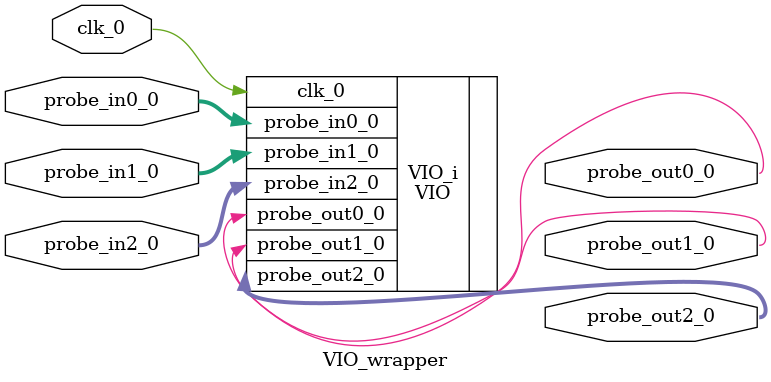
<source format=v>
`timescale 1 ps / 1 ps

module VIO_wrapper
   (clk_0,
    probe_in0_0,
    probe_in1_0,
    probe_in2_0,
    probe_out0_0,
    probe_out1_0,
    probe_out2_0);
  input clk_0;
  input [3:0]probe_in0_0;
  input [3:0]probe_in1_0;
  input [3:0]probe_in2_0;
  output [0:0]probe_out0_0;
  output [0:0]probe_out1_0;
  output [3:0]probe_out2_0;

  wire clk_0;
  wire [3:0]probe_in0_0;
  wire [3:0]probe_in1_0;
  wire [3:0]probe_in2_0;
  wire [0:0]probe_out0_0;
  wire [0:0]probe_out1_0;
  wire [3:0]probe_out2_0;

  VIO VIO_i
       (.clk_0(clk_0),
        .probe_in0_0(probe_in0_0),
        .probe_in1_0(probe_in1_0),
        .probe_in2_0(probe_in2_0),
        .probe_out0_0(probe_out0_0),
        .probe_out1_0(probe_out1_0),
        .probe_out2_0(probe_out2_0));
endmodule

</source>
